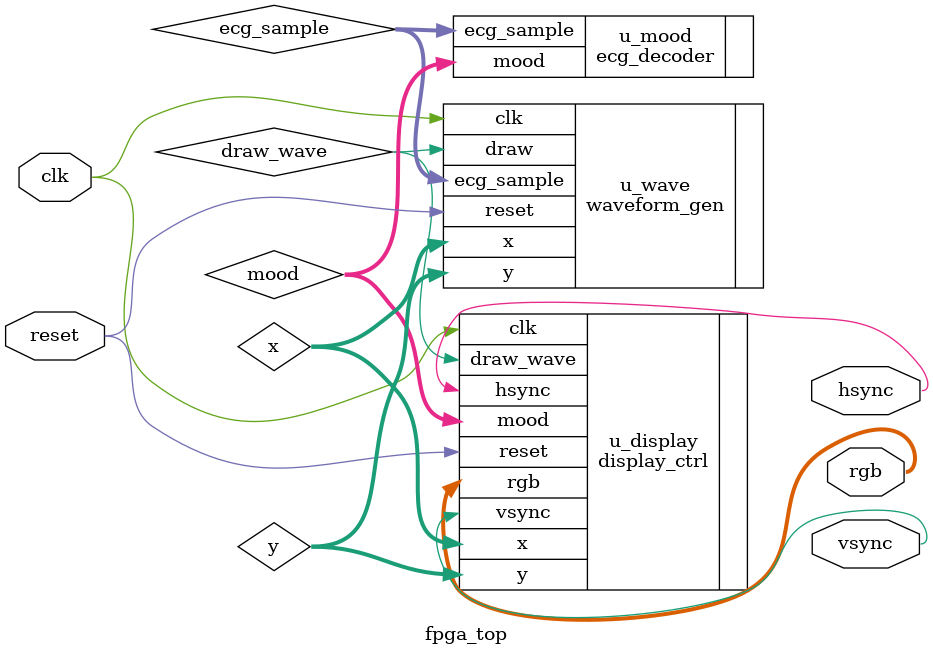
<source format=sv>
module fpga_top (
    input  logic clk,       // 27 MHz (Tang Nano 9K) - VGA timing slightly fast
    input  logic reset,
    output logic hsync,
    output logic vsync,
    output logic [2:0] rgb
);

    logic [9:0] x;
    logic [9:0] y;
    logic draw_wave;
    logic [7:0] ecg_sample;
    logic [1:0] mood;

    waveform_gen u_wave (
        .clk(clk),
        .reset(reset),
        .x(x),
        .y(y),
        .draw(draw_wave),
        .ecg_sample(ecg_sample)
    );

    ecg_decoder u_mood (
        .ecg_sample(ecg_sample),
        .mood(mood)
    );

    display_ctrl u_display (
        .clk(clk),
        .reset(reset),
        .draw_wave(draw_wave),
        .mood(mood),
        .hsync(hsync),
        .vsync(vsync),
        .rgb(rgb),
        .x(x),
        .y(y)
    );

endmodule

</source>
